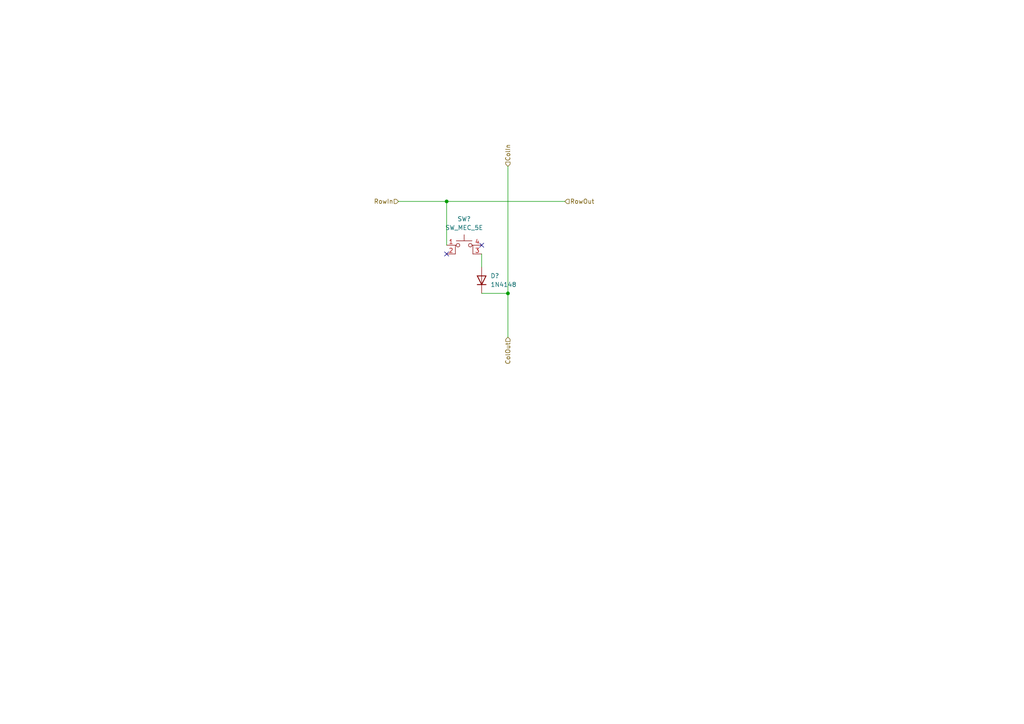
<source format=kicad_sch>
(kicad_sch (version 20211123) (generator eeschema)
  (paper "A4")
  (lib_symbols
    (symbol "Diode:1N4148" (pin_numbers hide) (pin_names (offset 1.016) hide)
      (property "Reference" "D" (at 0 2.54 0))
      (property "Value" "1N4148" (at 0 -2.54 0))
      (symbol "1N4148_0_1"
        (polyline (pts (xy -1.27 1.27) (xy -1.27 -1.27)) (stroke (width 0.254)))
        (polyline (pts (xy 1.27 0) (xy -1.27 0)))
        (polyline (pts (xy 1.27 1.27) (xy 1.27 -1.27) (xy -1.27 0) (xy 1.27 1.27)) (stroke (width 0.254)))
      )
      (symbol "1N4148_1_1"
        (pin passive line (at -3.81 0 0) (length 2.54) (name "K") (number "1"))
        (pin passive line (at 3.81 0 180) (length 2.54) (name "A") (number "2"))
      )
    )
    (symbol "Switch:SW_MEC_5E" (pin_names (offset 1.016) hide)
      (property "Reference" "SW" (at 0.635 5.715 0))
      (property "Value" "SW_MEC_5E" (at 0 -3.175 0))
      (symbol "SW_MEC_5E_0_1"
        (circle (center -1.778 2.54) (radius 0.508))
        (polyline (pts (xy -2.286 3.81) (xy 2.286 3.81)))
        (polyline (pts (xy 0 3.81) (xy 0 5.588)))
        (polyline (pts (xy -2.54 0) (xy -2.54 2.54) (xy -2.286 2.54)))
        (polyline (pts (xy 2.54 0) (xy 2.54 2.54) (xy 2.286 2.54)))
        (circle (center 1.778 2.54) (radius 0.508))
        (pin passive line (at -5.08 2.54 0) (length 2.54) (name "1") (number "1"))
        (pin passive line (at -5.08 0 0) (length 2.54) (name "2") (number "2"))
        (pin passive line (at 5.08 0 180) (length 2.54) (name "K") (number "3"))
        (pin passive line (at 5.08 2.54 180) (length 2.54) (name "A") (number "4"))
      )
    )
  )
  (junction (at 129.54 58.42))
  (junction (at 147.32 85.09))
  (no_connect (at 139.7 71.12))
  (no_connect (at 129.54 73.66))
  (wire (pts (xy 115.57 58.42) (xy 129.54 58.42)))
  (wire (pts (xy 129.54 58.42) (xy 163.83 58.42)))
  (wire (pts (xy 139.7 85.09) (xy 147.32 85.09)))
  (wire (pts (xy 129.54 58.42) (xy 129.54 71.12)))
  (wire (pts (xy 147.32 85.09) (xy 147.32 97.79)))
  (wire (pts (xy 147.32 48.26) (xy 147.32 85.09)))
  (wire (pts (xy 139.7 73.66) (xy 139.7 77.47)))
  (hierarchical_label "RowIn" (shape input) (at 115.57 58.42 180))
  (hierarchical_label "ColOut" (shape input) (at 147.32 97.79 270))
  (hierarchical_label "ColIn" (shape input) (at 147.32 48.26 90))
  (hierarchical_label "RowOut" (shape input) (at 163.83 58.42 0))
  (symbol (lib_id "Diode:1N4148") (at 139.7 81.28 90)
    (property "Reference" "D?" (at 142.24 80.0099 90) (effects (justify right)))
    (property "Value" "1N4148" (at 142.24 82.5499 90) (effects (justify right)))
    (property "Footprint" "Diode_THT:D_DO-35_SOD27_P7.62mm_Horizontal" (effects hide))
    (property "Datasheet" "https://assets.nexperia.com/documents/data-sheet/1N4148_1N4448.pdf" (effects hide))
  )
  (symbol (lib_id "Switch:SW_MEC_5E") (at 134.62 73.66 0)
    (property "Reference" "SW?" (at 134.62 63.5 0))
    (property "Value" "SW_MEC_5E" (at 134.62 66.04 0))
    (property "Datasheet" "http://www.apem.com/int/index.php?controller=attachment&id_attachment=1371" (effects hide))
  )
)
</source>
